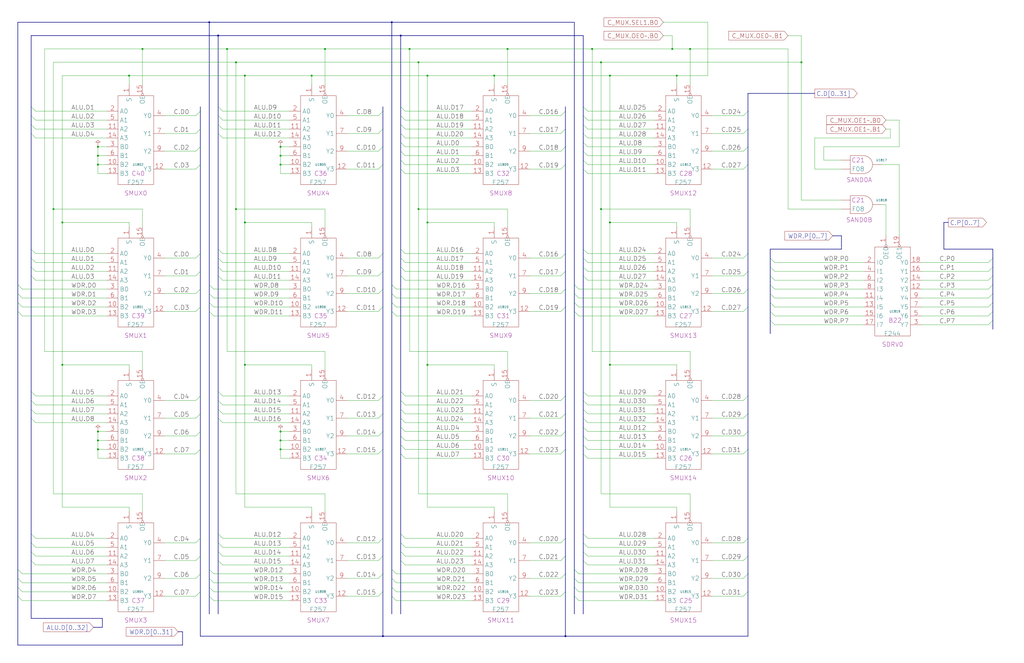
<source format=kicad_sch>
(kicad_sch (version 20250114) (generator "eeschema") (generator_version "9.0")
  (paper "User" 584.2 378.46)
  (title_block (title "SHIFT MUX\\nMOST SIGNIFICANT BITS") (date "22-MAR-90") (rev "1.0") (comment 1 "VALUE") (comment 2 "232-003063") (comment 3 "S400") (comment 4 "RELEASED"))
  (junction (at 243.84 208.28))
  (junction (at 386.08 43.18))
  (junction (at 134.62 119.38))
  (junction (at 55.88 88.9))
  (junction (at 139.7 208.28))
  (junction (at 160.02 83.82))
  (junction (at 55.88 83.82))
  (junction (at 347.98 208.28))
  (junction (at 55.88 256.54))
  (junction (at 134.62 35.56))
  (junction (at 160.02 256.54))
  (junction (at 342.9 35.56))
  (junction (at 289.56 27.94))
  (junction (at 55.88 251.46))
  (junction (at 393.7 27.94))
  (junction (at 185.42 27.94))
  (junction (at 30.48 119.38))
  (junction (at 81.28 27.94))
  (junction (at 124.46 20.32))
  (junction (at 243.84 127))
  (junction (at 139.7 127))
  (junction (at 228.6 20.32))
  (junction (at 347.98 127))
  (junction (at 160.02 93.98))
  (junction (at 35.56 208.28))
  (junction (at 73.66 43.18))
  (junction (at 243.84 43.18))
  (junction (at 337.82 27.94))
  (junction (at 160.02 246.38))
  (junction (at 322.58 363.22))
  (junction (at 383.54 27.94))
  (junction (at 238.76 35.56))
  (junction (at 55.88 246.38))
  (junction (at 129.54 27.94))
  (junction (at 218.44 363.22))
  (junction (at 160.02 88.9))
  (junction (at 55.88 93.98))
  (junction (at 238.76 119.38))
  (junction (at 139.7 43.18))
  (junction (at 223.52 12.7))
  (junction (at 177.8 43.18))
  (junction (at 233.68 27.94))
  (junction (at 160.02 251.46))
  (junction (at 119.38 12.7))
  (junction (at 342.9 119.38))
  (junction (at 35.56 127))
  (junction (at 457.2 35.56))
  (junction (at 281.94 43.18))
  (junction (at 347.98 43.18))
  (bus_entry (at 322.58 226.06) (size -2.54 2.54))
  (bus_entry (at 566.42 147.32) (size -2.54 2.54))
  (bus_entry (at 439.42 177.8) (size 2.54 2.54))
  (bus_entry (at 322.58 165.1) (size -2.54 2.54))
  (bus_entry (at 10.16 325.12) (size 2.54 2.54))
  (bus_entry (at 114.3 337.82) (size -2.54 2.54))
  (bus_entry (at 426.72 307.34) (size -2.54 2.54))
  (bus_entry (at 218.44 236.22) (size -2.54 2.54))
  (bus_entry (at 218.44 83.82) (size -2.54 2.54))
  (bus_entry (at 566.42 167.64) (size -2.54 2.54))
  (bus_entry (at 124.46 76.2) (size 2.54 2.54))
  (bus_entry (at 332.74 81.28) (size 2.54 2.54))
  (bus_entry (at 228.6 66.04) (size 2.54 2.54))
  (bus_entry (at 228.6 96.52) (size 2.54 2.54))
  (bus_entry (at 426.72 256.54) (size -2.54 2.54))
  (bus_entry (at 332.74 91.44) (size 2.54 2.54))
  (bus_entry (at 332.74 314.96) (size 2.54 2.54))
  (bus_entry (at 322.58 317.5) (size -2.54 2.54))
  (bus_entry (at 218.44 93.98) (size -2.54 2.54))
  (bus_entry (at 223.52 167.64) (size 2.54 2.54))
  (bus_entry (at 322.58 337.82) (size -2.54 2.54))
  (bus_entry (at 228.6 71.12) (size 2.54 2.54))
  (bus_entry (at 426.72 83.82) (size -2.54 2.54))
  (bus_entry (at 124.46 304.8) (size 2.54 2.54))
  (bus_entry (at 332.74 238.76) (size 2.54 2.54))
  (bus_entry (at 218.44 317.5) (size -2.54 2.54))
  (bus_entry (at 426.72 337.82) (size -2.54 2.54))
  (bus_entry (at 322.58 256.54) (size -2.54 2.54))
  (bus_entry (at 10.16 330.2) (size 2.54 2.54))
  (bus_entry (at 322.58 327.66) (size -2.54 2.54))
  (bus_entry (at 439.42 182.88) (size 2.54 2.54))
  (bus_entry (at 322.58 93.98) (size -2.54 2.54))
  (bus_entry (at 228.6 81.28) (size 2.54 2.54))
  (bus_entry (at 124.46 228.6) (size 2.54 2.54))
  (bus_entry (at 114.3 175.26) (size -2.54 2.54))
  (bus_entry (at 17.78 314.96) (size 2.54 2.54))
  (bus_entry (at 218.44 337.82) (size -2.54 2.54))
  (bus_entry (at 17.78 76.2) (size 2.54 2.54))
  (bus_entry (at 223.52 172.72) (size 2.54 2.54))
  (bus_entry (at 426.72 175.26) (size -2.54 2.54))
  (bus_entry (at 322.58 73.66) (size -2.54 2.54))
  (bus_entry (at 332.74 147.32) (size 2.54 2.54))
  (bus_entry (at 218.44 144.78) (size -2.54 2.54))
  (bus_entry (at 17.78 228.6) (size 2.54 2.54))
  (bus_entry (at 327.66 172.72) (size 2.54 2.54))
  (bus_entry (at 114.3 154.94) (size -2.54 2.54))
  (bus_entry (at 124.46 66.04) (size 2.54 2.54))
  (bus_entry (at 17.78 320.04) (size 2.54 2.54))
  (bus_entry (at 119.38 330.2) (size 2.54 2.54))
  (bus_entry (at 223.52 330.2) (size 2.54 2.54))
  (bus_entry (at 17.78 71.12) (size 2.54 2.54))
  (bus_entry (at 17.78 157.48) (size 2.54 2.54))
  (bus_entry (at 17.78 66.04) (size 2.54 2.54))
  (bus_entry (at 439.42 162.56) (size 2.54 2.54))
  (bus_entry (at 17.78 152.4) (size 2.54 2.54))
  (bus_entry (at 223.52 325.12) (size 2.54 2.54))
  (bus_entry (at 119.38 335.28) (size 2.54 2.54))
  (bus_entry (at 114.3 83.82) (size -2.54 2.54))
  (bus_entry (at 332.74 243.84) (size 2.54 2.54))
  (bus_entry (at 17.78 233.68) (size 2.54 2.54))
  (bus_entry (at 439.42 167.64) (size 2.54 2.54))
  (bus_entry (at 228.6 91.44) (size 2.54 2.54))
  (bus_entry (at 114.3 63.5) (size -2.54 2.54))
  (bus_entry (at 218.44 256.54) (size -2.54 2.54))
  (bus_entry (at 426.72 63.5) (size -2.54 2.54))
  (bus_entry (at 439.42 147.32) (size 2.54 2.54))
  (bus_entry (at 426.72 236.22) (size -2.54 2.54))
  (bus_entry (at 124.46 71.12) (size 2.54 2.54))
  (bus_entry (at 332.74 304.8) (size 2.54 2.54))
  (bus_entry (at 17.78 309.88) (size 2.54 2.54))
  (bus_entry (at 332.74 223.52) (size 2.54 2.54))
  (bus_entry (at 228.6 320.04) (size 2.54 2.54))
  (bus_entry (at 426.72 73.66) (size -2.54 2.54))
  (bus_entry (at 322.58 144.78) (size -2.54 2.54))
  (bus_entry (at 124.46 152.4) (size 2.54 2.54))
  (bus_entry (at 327.66 340.36) (size 2.54 2.54))
  (bus_entry (at 228.6 259.08) (size 2.54 2.54))
  (bus_entry (at 119.38 340.36) (size 2.54 2.54))
  (bus_entry (at 322.58 63.5) (size -2.54 2.54))
  (bus_entry (at 124.46 147.32) (size 2.54 2.54))
  (bus_entry (at 426.72 226.06) (size -2.54 2.54))
  (bus_entry (at 114.3 165.1) (size -2.54 2.54))
  (bus_entry (at 17.78 60.96) (size 2.54 2.54))
  (bus_entry (at 228.6 243.84) (size 2.54 2.54))
  (bus_entry (at 114.3 73.66) (size -2.54 2.54))
  (bus_entry (at 228.6 304.8) (size 2.54 2.54))
  (bus_entry (at 332.74 96.52) (size 2.54 2.54))
  (bus_entry (at 327.66 162.56) (size 2.54 2.54))
  (bus_entry (at 218.44 327.66) (size -2.54 2.54))
  (bus_entry (at 17.78 223.52) (size 2.54 2.54))
  (bus_entry (at 439.42 157.48) (size 2.54 2.54))
  (bus_entry (at 10.16 335.28) (size 2.54 2.54))
  (bus_entry (at 124.46 233.68) (size 2.54 2.54))
  (bus_entry (at 114.3 226.06) (size -2.54 2.54))
  (bus_entry (at 228.6 157.48) (size 2.54 2.54))
  (bus_entry (at 228.6 314.96) (size 2.54 2.54))
  (bus_entry (at 114.3 93.98) (size -2.54 2.54))
  (bus_entry (at 439.42 152.4) (size 2.54 2.54))
  (bus_entry (at 228.6 142.24) (size 2.54 2.54))
  (bus_entry (at 114.3 144.78) (size -2.54 2.54))
  (bus_entry (at 17.78 142.24) (size 2.54 2.54))
  (bus_entry (at 114.3 327.66) (size -2.54 2.54))
  (bus_entry (at 228.6 233.68) (size 2.54 2.54))
  (bus_entry (at 327.66 167.64) (size 2.54 2.54))
  (bus_entry (at 426.72 165.1) (size -2.54 2.54))
  (bus_entry (at 119.38 177.8) (size 2.54 2.54))
  (bus_entry (at 566.42 182.88) (size -2.54 2.54))
  (bus_entry (at 332.74 248.92) (size 2.54 2.54))
  (bus_entry (at 322.58 246.38) (size -2.54 2.54))
  (bus_entry (at 218.44 175.26) (size -2.54 2.54))
  (bus_entry (at 332.74 66.04) (size 2.54 2.54))
  (bus_entry (at 218.44 63.5) (size -2.54 2.54))
  (bus_entry (at 426.72 327.66) (size -2.54 2.54))
  (bus_entry (at 332.74 76.2) (size 2.54 2.54))
  (bus_entry (at 426.72 144.78) (size -2.54 2.54))
  (bus_entry (at 327.66 177.8) (size 2.54 2.54))
  (bus_entry (at 124.46 142.24) (size 2.54 2.54))
  (bus_entry (at 426.72 154.94) (size -2.54 2.54))
  (bus_entry (at 439.42 172.72) (size 2.54 2.54))
  (bus_entry (at 332.74 157.48) (size 2.54 2.54))
  (bus_entry (at 10.16 167.64) (size 2.54 2.54))
  (bus_entry (at 228.6 248.92) (size 2.54 2.54))
  (bus_entry (at 228.6 86.36) (size 2.54 2.54))
  (bus_entry (at 114.3 307.34) (size -2.54 2.54))
  (bus_entry (at 322.58 83.82) (size -2.54 2.54))
  (bus_entry (at 566.42 152.4) (size -2.54 2.54))
  (bus_entry (at 228.6 147.32) (size 2.54 2.54))
  (bus_entry (at 332.74 71.12) (size 2.54 2.54))
  (bus_entry (at 228.6 228.6) (size 2.54 2.54))
  (bus_entry (at 218.44 73.66) (size -2.54 2.54))
  (bus_entry (at 17.78 238.76) (size 2.54 2.54))
  (bus_entry (at 119.38 167.64) (size 2.54 2.54))
  (bus_entry (at 114.3 246.38) (size -2.54 2.54))
  (bus_entry (at 228.6 309.88) (size 2.54 2.54))
  (bus_entry (at 332.74 320.04) (size 2.54 2.54))
  (bus_entry (at 10.16 172.72) (size 2.54 2.54))
  (bus_entry (at 17.78 147.32) (size 2.54 2.54))
  (bus_entry (at 10.16 340.36) (size 2.54 2.54))
  (bus_entry (at 119.38 325.12) (size 2.54 2.54))
  (bus_entry (at 218.44 246.38) (size -2.54 2.54))
  (bus_entry (at 566.42 172.72) (size -2.54 2.54))
  (bus_entry (at 223.52 162.56) (size 2.54 2.54))
  (bus_entry (at 228.6 60.96) (size 2.54 2.54))
  (bus_entry (at 119.38 172.72) (size 2.54 2.54))
  (bus_entry (at 327.66 325.12) (size 2.54 2.54))
  (bus_entry (at 322.58 154.94) (size -2.54 2.54))
  (bus_entry (at 426.72 93.98) (size -2.54 2.54))
  (bus_entry (at 228.6 238.76) (size 2.54 2.54))
  (bus_entry (at 327.66 330.2) (size 2.54 2.54))
  (bus_entry (at 332.74 309.88) (size 2.54 2.54))
  (bus_entry (at 566.42 157.48) (size -2.54 2.54))
  (bus_entry (at 223.52 177.8) (size 2.54 2.54))
  (bus_entry (at 124.46 238.76) (size 2.54 2.54))
  (bus_entry (at 566.42 162.56) (size -2.54 2.54))
  (bus_entry (at 426.72 246.38) (size -2.54 2.54))
  (bus_entry (at 322.58 307.34) (size -2.54 2.54))
  (bus_entry (at 223.52 340.36) (size 2.54 2.54))
  (bus_entry (at 322.58 175.26) (size -2.54 2.54))
  (bus_entry (at 223.52 335.28) (size 2.54 2.54))
  (bus_entry (at 332.74 259.08) (size 2.54 2.54))
  (bus_entry (at 124.46 223.52) (size 2.54 2.54))
  (bus_entry (at 114.3 236.22) (size -2.54 2.54))
  (bus_entry (at 114.3 317.5) (size -2.54 2.54))
  (bus_entry (at 332.74 86.36) (size 2.54 2.54))
  (bus_entry (at 228.6 76.2) (size 2.54 2.54))
  (bus_entry (at 119.38 162.56) (size 2.54 2.54))
  (bus_entry (at 17.78 304.8) (size 2.54 2.54))
  (bus_entry (at 228.6 152.4) (size 2.54 2.54))
  (bus_entry (at 218.44 154.94) (size -2.54 2.54))
  (bus_entry (at 327.66 335.28) (size 2.54 2.54))
  (bus_entry (at 218.44 226.06) (size -2.54 2.54))
  (bus_entry (at 332.74 142.24) (size 2.54 2.54))
  (bus_entry (at 332.74 228.6) (size 2.54 2.54))
  (bus_entry (at 10.16 177.8) (size 2.54 2.54))
  (bus_entry (at 332.74 254) (size 2.54 2.54))
  (bus_entry (at 124.46 157.48) (size 2.54 2.54))
  (bus_entry (at 114.3 256.54) (size -2.54 2.54))
  (bus_entry (at 218.44 307.34) (size -2.54 2.54))
  (bus_entry (at 228.6 223.52) (size 2.54 2.54))
  (bus_entry (at 228.6 254) (size 2.54 2.54))
  (bus_entry (at 322.58 236.22) (size -2.54 2.54))
  (bus_entry (at 218.44 165.1) (size -2.54 2.54))
  (bus_entry (at 124.46 309.88) (size 2.54 2.54))
  (bus_entry (at 332.74 60.96) (size 2.54 2.54))
  (bus_entry (at 124.46 314.96) (size 2.54 2.54))
  (bus_entry (at 124.46 60.96) (size 2.54 2.54))
  (bus_entry (at 566.42 177.8) (size -2.54 2.54))
  (bus_entry (at 332.74 233.68) (size 2.54 2.54))
  (bus_entry (at 426.72 317.5) (size -2.54 2.54))
  (bus_entry (at 10.16 162.56) (size 2.54 2.54))
  (bus_entry (at 124.46 320.04) (size 2.54 2.54))
  (bus_entry (at 332.74 152.4) (size 2.54 2.54))
  (wire (pts (xy 198.12 147.32) (xy 215.9 147.32)))
  (bus (pts (xy 327.66 335.28) (xy 327.66 340.36)))
  (wire (pts (xy 330.2 342.9) (xy 373.38 342.9)))
  (wire (pts (xy 347.98 208.28) (xy 347.98 289.56)))
  (bus (pts (xy 228.6 259.08) (xy 228.6 304.8)))
  (wire (pts (xy 198.12 309.88) (xy 215.9 309.88)))
  (wire (pts (xy 55.88 88.9) (xy 55.88 83.82)))
  (bus (pts (xy 332.74 96.52) (xy 332.74 142.24)))
  (bus (pts (xy 566.42 177.8) (xy 566.42 182.88)))
  (wire (pts (xy 20.32 73.66) (xy 60.96 73.66)))
  (bus (pts (xy 439.42 162.56) (xy 439.42 167.64)))
  (wire (pts (xy 198.12 238.76) (xy 215.9 238.76)))
  (wire (pts (xy 406.4 157.48) (xy 424.18 157.48)))
  (wire (pts (xy 55.88 246.38) (xy 60.96 246.38)))
  (bus (pts (xy 124.46 309.88) (xy 124.46 314.96)))
  (bus (pts (xy 114.3 175.26) (xy 114.3 226.06)))
  (bus (pts (xy 480.06 134.62) (xy 480.06 142.24)))
  (wire (pts (xy 231.14 83.82) (xy 269.24 83.82)))
  (wire (pts (xy 231.14 236.22) (xy 269.24 236.22)))
  (wire (pts (xy 55.88 251.46) (xy 55.88 246.38)))
  (wire (pts (xy 30.48 35.56) (xy 30.48 119.38)))
  (wire (pts (xy 12.7 327.66) (xy 60.96 327.66)))
  (bus (pts (xy 332.74 248.92) (xy 332.74 254)))
  (wire (pts (xy 20.32 236.22) (xy 60.96 236.22)))
  (wire (pts (xy 335.28 261.62) (xy 373.38 261.62)))
  (bus (pts (xy 124.46 20.32) (xy 228.6 20.32)))
  (wire (pts (xy 243.84 43.18) (xy 243.84 127)))
  (wire (pts (xy 335.28 256.54) (xy 373.38 256.54)))
  (bus (pts (xy 119.38 12.7) (xy 223.52 12.7)))
  (bus (pts (xy 223.52 162.56) (xy 223.52 167.64)))
  (wire (pts (xy 337.82 27.94) (xy 337.82 200.66)))
  (bus (pts (xy 327.66 167.64) (xy 327.66 172.72)))
  (bus (pts (xy 114.3 327.66) (xy 114.3 337.82)))
  (bus (pts (xy 114.3 60.96) (xy 114.3 63.5)))
  (wire (pts (xy 185.42 27.94) (xy 233.68 27.94)))
  (bus (pts (xy 322.58 317.5) (xy 322.58 327.66)))
  (wire (pts (xy 281.94 210.82) (xy 281.94 208.28)))
  (bus (pts (xy 124.46 157.48) (xy 124.46 223.52)))
  (wire (pts (xy 302.26 259.08) (xy 320.04 259.08)))
  (bus (pts (xy 218.44 93.98) (xy 218.44 144.78)))
  (wire (pts (xy 406.4 320.04) (xy 424.18 320.04)))
  (wire (pts (xy 198.12 228.6) (xy 215.9 228.6)))
  (wire (pts (xy 127 63.5) (xy 165.1 63.5)))
  (bus (pts (xy 228.6 20.32) (xy 228.6 60.96)))
  (wire (pts (xy 177.8 210.82) (xy 177.8 208.28)))
  (bus (pts (xy 10.16 335.28) (xy 10.16 340.36)))
  (wire (pts (xy 505.46 68.58) (xy 513.08 68.58)))
  (wire (pts (xy 177.8 43.18) (xy 243.84 43.18)))
  (wire (pts (xy 289.56 27.94) (xy 337.82 27.94)))
  (bus (pts (xy 322.58 63.5) (xy 322.58 73.66)))
  (wire (pts (xy 508 78.74) (xy 464.82 78.74)))
  (bus (pts (xy 327.66 340.36) (xy 327.66 350.52)))
  (wire (pts (xy 12.7 342.9) (xy 60.96 342.9)))
  (wire (pts (xy 121.92 337.82) (xy 165.1 337.82)))
  (wire (pts (xy 449.58 119.38) (xy 449.58 27.94)))
  (bus (pts (xy 439.42 167.64) (xy 439.42 172.72)))
  (bus (pts (xy 332.74 304.8) (xy 332.74 309.88)))
  (wire (pts (xy 406.4 309.88) (xy 424.18 309.88)))
  (bus (pts (xy 114.3 154.94) (xy 114.3 165.1)))
  (wire (pts (xy 25.4 200.66) (xy 25.4 27.94)))
  (wire (pts (xy 198.12 167.64) (xy 215.9 167.64)))
  (wire (pts (xy 464.82 78.74) (xy 464.82 96.52)))
  (bus (pts (xy 228.6 314.96) (xy 228.6 320.04)))
  (wire (pts (xy 302.26 86.36) (xy 320.04 86.36)))
  (bus (pts (xy 439.42 142.24) (xy 439.42 147.32)))
  (bus (pts (xy 218.44 307.34) (xy 218.44 317.5)))
  (wire (pts (xy 231.14 241.3) (xy 269.24 241.3)))
  (bus (pts (xy 439.42 182.88) (xy 439.42 190.5)))
  (wire (pts (xy 406.4 238.76) (xy 424.18 238.76)))
  (wire (pts (xy 231.14 226.06) (xy 269.24 226.06)))
  (wire (pts (xy 335.28 317.5) (xy 373.38 317.5)))
  (bus (pts (xy 439.42 172.72) (xy 439.42 177.8)))
  (wire (pts (xy 335.28 251.46) (xy 373.38 251.46)))
  (bus (pts (xy 218.44 63.5) (xy 218.44 73.66)))
  (wire (pts (xy 525.78 154.94) (xy 563.88 154.94)))
  (wire (pts (xy 330.2 332.74) (xy 373.38 332.74)))
  (bus (pts (xy 124.46 20.32) (xy 124.46 60.96)))
  (wire (pts (xy 406.4 340.36) (xy 424.18 340.36)))
  (wire (pts (xy 20.32 154.94) (xy 60.96 154.94)))
  (bus (pts (xy 228.6 152.4) (xy 228.6 157.48)))
  (wire (pts (xy 457.2 35.56) (xy 342.9 35.56)))
  (bus (pts (xy 322.58 165.1) (xy 322.58 175.26)))
  (bus (pts (xy 322.58 154.94) (xy 322.58 165.1)))
  (wire (pts (xy 93.98 248.92) (xy 111.76 248.92)))
  (bus (pts (xy 332.74 238.76) (xy 332.74 243.84)))
  (bus (pts (xy 17.78 223.52) (xy 17.78 228.6)))
  (wire (pts (xy 55.88 99.06) (xy 55.88 93.98)))
  (bus (pts (xy 218.44 337.82) (xy 218.44 363.22)))
  (wire (pts (xy 134.62 35.56) (xy 30.48 35.56)))
  (bus (pts (xy 10.16 177.8) (xy 10.16 325.12)))
  (bus (pts (xy 17.78 20.32) (xy 124.46 20.32)))
  (wire (pts (xy 347.98 208.28) (xy 386.08 208.28)))
  (wire (pts (xy 81.28 27.94) (xy 129.54 27.94)))
  (bus (pts (xy 426.72 83.82) (xy 426.72 93.98)))
  (wire (pts (xy 35.56 127) (xy 73.66 127)))
  (wire (pts (xy 121.92 327.66) (xy 165.1 327.66)))
  (bus (pts (xy 104.14 360.68) (xy 104.14 368.3)))
  (wire (pts (xy 335.28 160.02) (xy 373.38 160.02)))
  (wire (pts (xy 73.66 210.82) (xy 73.66 208.28)))
  (wire (pts (xy 231.14 68.58) (xy 269.24 68.58)))
  (bus (pts (xy 322.58 246.38) (xy 322.58 256.54)))
  (bus (pts (xy 228.6 228.6) (xy 228.6 233.68)))
  (wire (pts (xy 281.94 292.1) (xy 281.94 289.56)))
  (wire (pts (xy 139.7 208.28) (xy 139.7 289.56)))
  (wire (pts (xy 302.26 147.32) (xy 320.04 147.32)))
  (wire (pts (xy 25.4 200.66) (xy 81.28 200.66)))
  (wire (pts (xy 160.02 261.62) (xy 160.02 256.54)))
  (bus (pts (xy 218.44 327.66) (xy 218.44 337.82)))
  (bus (pts (xy 566.42 182.88) (xy 566.42 187.96)))
  (wire (pts (xy 525.78 149.86) (xy 563.88 149.86)))
  (wire (pts (xy 25.4 27.94) (xy 81.28 27.94)))
  (wire (pts (xy 281.94 129.54) (xy 281.94 127)))
  (bus (pts (xy 228.6 248.92) (xy 228.6 254)))
  (wire (pts (xy 335.28 93.98) (xy 373.38 93.98)))
  (bus (pts (xy 218.44 246.38) (xy 218.44 256.54)))
  (bus (pts (xy 10.16 12.7) (xy 10.16 162.56)))
  (bus (pts (xy 218.44 317.5) (xy 218.44 327.66)))
  (wire (pts (xy 35.56 289.56) (xy 73.66 289.56)))
  (wire (pts (xy 134.62 119.38) (xy 134.62 281.94)))
  (wire (pts (xy 335.28 78.74) (xy 373.38 78.74)))
  (bus (pts (xy 332.74 320.04) (xy 332.74 350.52)))
  (bus (pts (xy 332.74 76.2) (xy 332.74 81.28)))
  (wire (pts (xy 127 226.06) (xy 165.1 226.06)))
  (bus (pts (xy 322.58 307.34) (xy 322.58 317.5)))
  (bus (pts (xy 101.6 360.68) (xy 104.14 360.68)))
  (bus (pts (xy 332.74 314.96) (xy 332.74 320.04)))
  (wire (pts (xy 127 312.42) (xy 165.1 312.42)))
  (wire (pts (xy 335.28 246.38) (xy 373.38 246.38)))
  (wire (pts (xy 330.2 327.66) (xy 373.38 327.66)))
  (bus (pts (xy 566.42 142.24) (xy 566.42 147.32)))
  (bus (pts (xy 17.78 320.04) (xy 17.78 353.06)))
  (bus (pts (xy 426.72 63.5) (xy 426.72 73.66)))
  (bus (pts (xy 119.38 177.8) (xy 119.38 325.12)))
  (wire (pts (xy 342.9 119.38) (xy 393.7 119.38)))
  (wire (pts (xy 233.68 200.66) (xy 289.56 200.66)))
  (wire (pts (xy 139.7 208.28) (xy 177.8 208.28)))
  (wire (pts (xy 93.98 309.88) (xy 111.76 309.88)))
  (wire (pts (xy 20.32 322.58) (xy 60.96 322.58)))
  (wire (pts (xy 20.32 63.5) (xy 60.96 63.5)))
  (bus (pts (xy 332.74 228.6) (xy 332.74 233.68)))
  (bus (pts (xy 119.38 325.12) (xy 119.38 330.2)))
  (bus (pts (xy 228.6 76.2) (xy 228.6 81.28)))
  (wire (pts (xy 480.06 119.38) (xy 449.58 119.38)))
  (wire (pts (xy 139.7 127) (xy 177.8 127)))
  (bus (pts (xy 228.6 66.04) (xy 228.6 71.12)))
  (wire (pts (xy 93.98 320.04) (xy 111.76 320.04)))
  (bus (pts (xy 538.48 142.24) (xy 538.48 127)))
  (wire (pts (xy 386.08 43.18) (xy 386.08 48.26)))
  (bus (pts (xy 322.58 327.66) (xy 322.58 337.82)))
  (wire (pts (xy 302.26 340.36) (xy 320.04 340.36)))
  (bus (pts (xy 124.46 304.8) (xy 124.46 309.88)))
  (wire (pts (xy 93.98 340.36) (xy 111.76 340.36)))
  (wire (pts (xy 93.98 238.76) (xy 111.76 238.76)))
  (wire (pts (xy 302.26 309.88) (xy 320.04 309.88)))
  (bus (pts (xy 17.78 309.88) (xy 17.78 314.96)))
  (wire (pts (xy 383.54 20.32) (xy 383.54 27.94)))
  (wire (pts (xy 198.12 96.52) (xy 215.9 96.52)))
  (wire (pts (xy 127 317.5) (xy 165.1 317.5)))
  (wire (pts (xy 469.9 91.44) (xy 469.9 83.82)))
  (wire (pts (xy 378.46 20.32) (xy 383.54 20.32)))
  (bus (pts (xy 228.6 60.96) (xy 228.6 66.04)))
  (wire (pts (xy 342.9 119.38) (xy 342.9 35.56)))
  (wire (pts (xy 93.98 330.2) (xy 111.76 330.2)))
  (wire (pts (xy 347.98 43.18) (xy 347.98 127)))
  (wire (pts (xy 335.28 99.06) (xy 373.38 99.06)))
  (wire (pts (xy 60.96 261.62) (xy 55.88 261.62)))
  (wire (pts (xy 406.4 147.32) (xy 424.18 147.32)))
  (wire (pts (xy 406.4 96.52) (xy 424.18 96.52)))
  (wire (pts (xy 386.08 292.1) (xy 386.08 289.56)))
  (bus (pts (xy 124.46 66.04) (xy 124.46 71.12)))
  (wire (pts (xy 73.66 129.54) (xy 73.66 127)))
  (wire (pts (xy 335.28 149.86) (xy 373.38 149.86)))
  (bus (pts (xy 228.6 81.28) (xy 228.6 86.36)))
  (wire (pts (xy 238.76 119.38) (xy 289.56 119.38)))
  (bus (pts (xy 228.6 71.12) (xy 228.6 76.2)))
  (bus (pts (xy 566.42 157.48) (xy 566.42 162.56)))
  (bus (pts (xy 228.6 320.04) (xy 228.6 350.52)))
  (bus (pts (xy 322.58 226.06) (xy 322.58 236.22)))
  (wire (pts (xy 93.98 76.2) (xy 111.76 76.2)))
  (wire (pts (xy 20.32 149.86) (xy 60.96 149.86)))
  (wire (pts (xy 231.14 63.5) (xy 269.24 63.5)))
  (bus (pts (xy 223.52 335.28) (xy 223.52 340.36)))
  (wire (pts (xy 160.02 256.54) (xy 160.02 251.46)))
  (wire (pts (xy 20.32 160.02) (xy 60.96 160.02)))
  (wire (pts (xy 289.56 129.54) (xy 289.56 119.38)))
  (wire (pts (xy 127 144.78) (xy 165.1 144.78)))
  (wire (pts (xy 127 154.94) (xy 165.1 154.94)))
  (wire (pts (xy 121.92 332.74) (xy 165.1 332.74)))
  (wire (pts (xy 177.8 43.18) (xy 177.8 48.26)))
  (bus (pts (xy 566.42 162.56) (xy 566.42 167.64)))
  (bus (pts (xy 114.3 93.98) (xy 114.3 144.78)))
  (wire (pts (xy 406.4 76.2) (xy 424.18 76.2)))
  (bus (pts (xy 426.72 307.34) (xy 426.72 317.5)))
  (wire (pts (xy 185.42 27.94) (xy 185.42 48.26)))
  (bus (pts (xy 332.74 20.32) (xy 332.74 60.96)))
  (wire (pts (xy 73.66 43.18) (xy 139.7 43.18)))
  (bus (pts (xy 228.6 157.48) (xy 228.6 223.52)))
  (wire (pts (xy 330.2 165.1) (xy 373.38 165.1)))
  (bus (pts (xy 439.42 157.48) (xy 439.42 162.56)))
  (bus (pts (xy 566.42 172.72) (xy 566.42 177.8)))
  (bus (pts (xy 332.74 81.28) (xy 332.74 86.36)))
  (wire (pts (xy 335.28 322.58) (xy 373.38 322.58)))
  (wire (pts (xy 55.88 261.62) (xy 55.88 256.54)))
  (wire (pts (xy 231.14 322.58) (xy 269.24 322.58)))
  (wire (pts (xy 525.78 175.26) (xy 563.88 175.26)))
  (bus (pts (xy 124.46 71.12) (xy 124.46 76.2)))
  (wire (pts (xy 93.98 177.8) (xy 111.76 177.8)))
  (bus (pts (xy 322.58 144.78) (xy 322.58 154.94)))
  (bus (pts (xy 327.66 177.8) (xy 327.66 325.12)))
  (bus (pts (xy 322.58 175.26) (xy 322.58 226.06)))
  (bus (pts (xy 332.74 309.88) (xy 332.74 314.96)))
  (bus (pts (xy 124.46 147.32) (xy 124.46 152.4)))
  (wire (pts (xy 289.56 210.82) (xy 289.56 200.66)))
  (wire (pts (xy 342.9 119.38) (xy 342.9 281.94)))
  (wire (pts (xy 480.06 91.44) (xy 469.9 91.44)))
  (wire (pts (xy 243.84 289.56) (xy 281.94 289.56)))
  (bus (pts (xy 439.42 177.8) (xy 439.42 182.88)))
  (wire (pts (xy 386.08 210.82) (xy 386.08 208.28)))
  (bus (pts (xy 566.42 167.64) (xy 566.42 172.72)))
  (bus (pts (xy 332.74 152.4) (xy 332.74 157.48)))
  (wire (pts (xy 231.14 78.74) (xy 269.24 78.74)))
  (wire (pts (xy 160.02 99.06) (xy 160.02 93.98)))
  (bus (pts (xy 327.66 162.56) (xy 327.66 167.64)))
  (wire (pts (xy 441.96 160.02) (xy 492.76 160.02)))
  (bus (pts (xy 228.6 233.68) (xy 228.6 238.76)))
  (wire (pts (xy 441.96 165.1) (xy 492.76 165.1)))
  (wire (pts (xy 185.42 129.54) (xy 185.42 119.38)))
  (bus (pts (xy 322.58 236.22) (xy 322.58 246.38)))
  (wire (pts (xy 231.14 93.98) (xy 269.24 93.98)))
  (wire (pts (xy 160.02 256.54) (xy 165.1 256.54)))
  (wire (pts (xy 160.02 83.82) (xy 165.1 83.82)))
  (bus (pts (xy 322.58 73.66) (xy 322.58 83.82)))
  (wire (pts (xy 55.88 93.98) (xy 55.88 88.9)))
  (bus (pts (xy 223.52 340.36) (xy 223.52 350.52)))
  (bus (pts (xy 10.16 167.64) (xy 10.16 172.72)))
  (wire (pts (xy 403.86 12.7) (xy 403.86 43.18)))
  (wire (pts (xy 335.28 88.9) (xy 373.38 88.9)))
  (wire (pts (xy 337.82 27.94) (xy 383.54 27.94)))
  (wire (pts (xy 12.7 175.26) (xy 60.96 175.26)))
  (wire (pts (xy 302.26 248.92) (xy 320.04 248.92)))
  (bus (pts (xy 17.78 314.96) (xy 17.78 320.04)))
  (wire (pts (xy 406.4 167.64) (xy 424.18 167.64)))
  (wire (pts (xy 165.1 261.62) (xy 160.02 261.62)))
  (wire (pts (xy 441.96 185.42) (xy 492.76 185.42)))
  (bus (pts (xy 119.38 12.7) (xy 119.38 162.56)))
  (wire (pts (xy 160.02 93.98) (xy 165.1 93.98)))
  (wire (pts (xy 335.28 312.42) (xy 373.38 312.42)))
  (bus (pts (xy 17.78 147.32) (xy 17.78 152.4)))
  (bus (pts (xy 119.38 340.36) (xy 119.38 350.52)))
  (wire (pts (xy 406.4 248.92) (xy 424.18 248.92)))
  (wire (pts (xy 502.92 116.84) (xy 505.46 116.84)))
  (bus (pts (xy 322.58 93.98) (xy 322.58 144.78)))
  (wire (pts (xy 93.98 96.52) (xy 111.76 96.52)))
  (wire (pts (xy 513.08 83.82) (xy 513.08 68.58)))
  (bus (pts (xy 17.78 142.24) (xy 17.78 147.32)))
  (bus (pts (xy 17.78 76.2) (xy 17.78 142.24)))
  (wire (pts (xy 20.32 144.78) (xy 60.96 144.78)))
  (wire (pts (xy 127 78.74) (xy 165.1 78.74)))
  (wire (pts (xy 226.06 332.74) (xy 269.24 332.74)))
  (wire (pts (xy 441.96 154.94) (xy 492.76 154.94)))
  (bus (pts (xy 223.52 172.72) (xy 223.52 177.8)))
  (bus (pts (xy 17.78 157.48) (xy 17.78 223.52)))
  (bus (pts (xy 566.42 152.4) (xy 566.42 157.48)))
  (bus (pts (xy 114.3 144.78) (xy 114.3 154.94)))
  (bus (pts (xy 17.78 233.68) (xy 17.78 238.76)))
  (bus (pts (xy 124.46 228.6) (xy 124.46 233.68)))
  (wire (pts (xy 457.2 20.32) (xy 457.2 35.56)))
  (wire (pts (xy 231.14 251.46) (xy 269.24 251.46)))
  (bus (pts (xy 119.38 162.56) (xy 119.38 167.64)))
  (bus (pts (xy 426.72 175.26) (xy 426.72 226.06)))
  (bus (pts (xy 17.78 152.4) (xy 17.78 157.48)))
  (wire (pts (xy 35.56 127) (xy 35.56 43.18)))
  (wire (pts (xy 508 73.66) (xy 508 78.74)))
  (wire (pts (xy 231.14 149.86) (xy 269.24 149.86)))
  (bus (pts (xy 114.3 226.06) (xy 114.3 236.22)))
  (wire (pts (xy 226.06 337.82) (xy 269.24 337.82)))
  (wire (pts (xy 231.14 317.5) (xy 269.24 317.5)))
  (wire (pts (xy 35.56 208.28) (xy 35.56 127)))
  (wire (pts (xy 231.14 160.02) (xy 269.24 160.02)))
  (wire (pts (xy 93.98 259.08) (xy 111.76 259.08)))
  (bus (pts (xy 223.52 177.8) (xy 223.52 325.12)))
  (wire (pts (xy 231.14 73.66) (xy 269.24 73.66)))
  (bus (pts (xy 114.3 307.34) (xy 114.3 317.5)))
  (wire (pts (xy 335.28 154.94) (xy 373.38 154.94)))
  (wire (pts (xy 134.62 119.38) (xy 185.42 119.38)))
  (wire (pts (xy 335.28 144.78) (xy 373.38 144.78)))
  (bus (pts (xy 332.74 60.96) (xy 332.74 66.04)))
  (bus (pts (xy 114.3 73.66) (xy 114.3 83.82)))
  (bus (pts (xy 124.46 152.4) (xy 124.46 157.48)))
  (wire (pts (xy 238.76 281.94) (xy 289.56 281.94)))
  (wire (pts (xy 60.96 99.06) (xy 55.88 99.06)))
  (wire (pts (xy 20.32 231.14) (xy 60.96 231.14)))
  (wire (pts (xy 160.02 93.98) (xy 160.02 88.9)))
  (wire (pts (xy 160.02 246.38) (xy 165.1 246.38)))
  (bus (pts (xy 332.74 71.12) (xy 332.74 76.2)))
  (bus (pts (xy 218.44 60.96) (xy 218.44 63.5)))
  (wire (pts (xy 55.88 83.82) (xy 60.96 83.82)))
  (bus (pts (xy 228.6 238.76) (xy 228.6 243.84)))
  (wire (pts (xy 480.06 114.3) (xy 457.2 114.3)))
  (bus (pts (xy 332.74 147.32) (xy 332.74 152.4)))
  (wire (pts (xy 330.2 175.26) (xy 373.38 175.26)))
  (wire (pts (xy 20.32 317.5) (xy 60.96 317.5)))
  (wire (pts (xy 441.96 175.26) (xy 492.76 175.26)))
  (bus (pts (xy 332.74 66.04) (xy 332.74 71.12)))
  (bus (pts (xy 119.38 172.72) (xy 119.38 177.8)))
  (wire (pts (xy 289.56 27.94) (xy 289.56 48.26)))
  (wire (pts (xy 81.28 129.54) (xy 81.28 119.38)))
  (wire (pts (xy 12.7 337.82) (xy 60.96 337.82)))
  (bus (pts (xy 439.42 152.4) (xy 439.42 157.48)))
  (bus (pts (xy 223.52 12.7) (xy 223.52 162.56)))
  (wire (pts (xy 335.28 63.5) (xy 373.38 63.5)))
  (bus (pts (xy 228.6 86.36) (xy 228.6 91.44)))
  (wire (pts (xy 93.98 157.48) (xy 111.76 157.48)))
  (wire (pts (xy 302.26 228.6) (xy 320.04 228.6)))
  (wire (pts (xy 231.14 99.06) (xy 269.24 99.06)))
  (bus (pts (xy 114.3 236.22) (xy 114.3 246.38)))
  (bus (pts (xy 426.72 165.1) (xy 426.72 175.26)))
  (wire (pts (xy 231.14 307.34) (xy 269.24 307.34)))
  (wire (pts (xy 406.4 259.08) (xy 424.18 259.08)))
  (wire (pts (xy 406.4 228.6) (xy 424.18 228.6)))
  (wire (pts (xy 127 160.02) (xy 165.1 160.02)))
  (wire (pts (xy 347.98 43.18) (xy 386.08 43.18)))
  (bus (pts (xy 228.6 254) (xy 228.6 259.08)))
  (wire (pts (xy 127 322.58) (xy 165.1 322.58)))
  (bus (pts (xy 327.66 12.7) (xy 327.66 162.56)))
  (wire (pts (xy 226.06 342.9) (xy 269.24 342.9)))
  (bus (pts (xy 10.16 12.7) (xy 119.38 12.7)))
  (bus (pts (xy 426.72 246.38) (xy 426.72 256.54)))
  (wire (pts (xy 127 307.34) (xy 165.1 307.34)))
  (bus (pts (xy 332.74 233.68) (xy 332.74 238.76)))
  (wire (pts (xy 226.06 165.1) (xy 269.24 165.1)))
  (wire (pts (xy 20.32 78.74) (xy 60.96 78.74)))
  (bus (pts (xy 124.46 76.2) (xy 124.46 142.24)))
  (bus (pts (xy 228.6 91.44) (xy 228.6 96.52)))
  (wire (pts (xy 73.66 292.1) (xy 73.66 289.56)))
  (bus (pts (xy 322.58 60.96) (xy 322.58 63.5)))
  (wire (pts (xy 441.96 149.86) (xy 492.76 149.86)))
  (bus (pts (xy 332.74 86.36) (xy 332.74 91.44)))
  (bus (pts (xy 228.6 20.32) (xy 332.74 20.32)))
  (bus (pts (xy 17.78 71.12) (xy 17.78 76.2)))
  (wire (pts (xy 342.9 281.94) (xy 393.7 281.94)))
  (wire (pts (xy 406.4 330.2) (xy 424.18 330.2)))
  (wire (pts (xy 226.06 327.66) (xy 269.24 327.66)))
  (wire (pts (xy 198.12 86.36) (xy 215.9 86.36)))
  (bus (pts (xy 17.78 66.04) (xy 17.78 71.12)))
  (bus (pts (xy 124.46 60.96) (xy 124.46 66.04)))
  (wire (pts (xy 238.76 119.38) (xy 238.76 281.94)))
  (bus (pts (xy 426.72 73.66) (xy 426.72 83.82)))
  (bus (pts (xy 322.58 83.82) (xy 322.58 93.98)))
  (bus (pts (xy 218.44 256.54) (xy 218.44 307.34)))
  (bus (pts (xy 426.72 327.66) (xy 426.72 337.82)))
  (wire (pts (xy 502.92 93.98) (xy 513.08 93.98)))
  (bus (pts (xy 223.52 330.2) (xy 223.52 335.28)))
  (wire (pts (xy 393.7 129.54) (xy 393.7 119.38)))
  (wire (pts (xy 469.9 83.82) (xy 513.08 83.82)))
  (wire (pts (xy 93.98 147.32) (xy 111.76 147.32)))
  (wire (pts (xy 12.7 332.74) (xy 60.96 332.74)))
  (wire (pts (xy 30.48 119.38) (xy 30.48 281.94)))
  (wire (pts (xy 35.56 289.56) (xy 35.56 208.28)))
  (wire (pts (xy 20.32 312.42) (xy 60.96 312.42)))
  (wire (pts (xy 55.88 93.98) (xy 60.96 93.98)))
  (bus (pts (xy 124.46 233.68) (xy 124.46 238.76)))
  (wire (pts (xy 134.62 35.56) (xy 134.62 119.38)))
  (bus (pts (xy 17.78 238.76) (xy 17.78 304.8)))
  (wire (pts (xy 198.12 330.2) (xy 215.9 330.2)))
  (wire (pts (xy 406.4 177.8) (xy 424.18 177.8)))
  (wire (pts (xy 525.78 180.34) (xy 563.88 180.34)))
  (wire (pts (xy 127 149.86) (xy 165.1 149.86)))
  (bus (pts (xy 332.74 259.08) (xy 332.74 304.8)))
  (wire (pts (xy 12.7 170.18) (xy 60.96 170.18)))
  (bus (pts (xy 426.72 93.98) (xy 426.72 144.78)))
  (wire (pts (xy 403.86 43.18) (xy 386.08 43.18)))
  (wire (pts (xy 406.4 66.04) (xy 424.18 66.04)))
  (wire (pts (xy 198.12 320.04) (xy 215.9 320.04)))
  (wire (pts (xy 93.98 167.64) (xy 111.76 167.64)))
  (wire (pts (xy 127 231.14) (xy 165.1 231.14)))
  (wire (pts (xy 231.14 246.38) (xy 269.24 246.38)))
  (wire (pts (xy 177.8 292.1) (xy 177.8 289.56)))
  (wire (pts (xy 55.88 88.9) (xy 60.96 88.9)))
  (wire (pts (xy 127 73.66) (xy 165.1 73.66)))
  (wire (pts (xy 393.7 27.94) (xy 393.7 48.26)))
  (wire (pts (xy 129.54 27.94) (xy 129.54 200.66)))
  (bus (pts (xy 58.42 353.06) (xy 17.78 353.06)))
  (wire (pts (xy 238.76 35.56) (xy 238.76 119.38)))
  (wire (pts (xy 231.14 144.78) (xy 269.24 144.78)))
  (wire (pts (xy 335.28 231.14) (xy 373.38 231.14)))
  (bus (pts (xy 426.72 144.78) (xy 426.72 154.94)))
  (bus (pts (xy 332.74 223.52) (xy 332.74 228.6)))
  (wire (pts (xy 127 241.3) (xy 165.1 241.3)))
  (wire (pts (xy 198.12 177.8) (xy 215.9 177.8)))
  (wire (pts (xy 139.7 43.18) (xy 139.7 127)))
  (wire (pts (xy 335.28 68.58) (xy 373.38 68.58)))
  (wire (pts (xy 505.46 116.84) (xy 505.46 134.62)))
  (bus (pts (xy 114.3 256.54) (xy 114.3 307.34)))
  (wire (pts (xy 335.28 73.66) (xy 373.38 73.66)))
  (wire (pts (xy 335.28 226.06) (xy 373.38 226.06)))
  (bus (pts (xy 332.74 91.44) (xy 332.74 96.52)))
  (wire (pts (xy 393.7 210.82) (xy 393.7 200.66)))
  (bus (pts (xy 10.16 172.72) (xy 10.16 177.8)))
  (wire (pts (xy 12.7 165.1) (xy 60.96 165.1)))
  (wire (pts (xy 302.26 330.2) (xy 320.04 330.2)))
  (bus (pts (xy 426.72 226.06) (xy 426.72 236.22)))
  (bus (pts (xy 480.06 142.24) (xy 439.42 142.24)))
  (wire (pts (xy 449.58 20.32) (xy 457.2 20.32)))
  (wire (pts (xy 73.66 43.18) (xy 73.66 48.26)))
  (wire (pts (xy 386.08 129.54) (xy 386.08 127)))
  (wire (pts (xy 198.12 259.08) (xy 215.9 259.08)))
  (bus (pts (xy 124.46 320.04) (xy 124.46 350.52)))
  (wire (pts (xy 347.98 289.56) (xy 386.08 289.56)))
  (bus (pts (xy 228.6 142.24) (xy 228.6 147.32)))
  (wire (pts (xy 55.88 256.54) (xy 60.96 256.54)))
  (wire (pts (xy 231.14 256.54) (xy 269.24 256.54)))
  (bus (pts (xy 124.46 142.24) (xy 124.46 147.32)))
  (wire (pts (xy 198.12 66.04) (xy 215.9 66.04)))
  (bus (pts (xy 218.44 83.82) (xy 218.44 93.98)))
  (wire (pts (xy 30.48 119.38) (xy 81.28 119.38)))
  (wire (pts (xy 55.88 251.46) (xy 60.96 251.46)))
  (wire (pts (xy 30.48 281.94) (xy 81.28 281.94)))
  (wire (pts (xy 231.14 88.9) (xy 269.24 88.9)))
  (wire (pts (xy 121.92 180.34) (xy 165.1 180.34)))
  (wire (pts (xy 233.68 27.94) (xy 289.56 27.94)))
  (wire (pts (xy 243.84 43.18) (xy 281.94 43.18)))
  (bus (pts (xy 218.44 144.78) (xy 218.44 154.94)))
  (wire (pts (xy 121.92 175.26) (xy 165.1 175.26)))
  (bus (pts (xy 223.52 167.64) (xy 223.52 172.72)))
  (wire (pts (xy 35.56 43.18) (xy 73.66 43.18)))
  (bus (pts (xy 58.42 358.14) (xy 58.42 353.06)))
  (bus (pts (xy 114.3 246.38) (xy 114.3 256.54)))
  (wire (pts (xy 335.28 241.3) (xy 373.38 241.3)))
  (bus (pts (xy 10.16 325.12) (xy 10.16 330.2)))
  (bus (pts (xy 332.74 254) (xy 332.74 259.08)))
  (wire (pts (xy 383.54 27.94) (xy 393.7 27.94)))
  (wire (pts (xy 302.26 157.48) (xy 320.04 157.48)))
  (wire (pts (xy 302.26 177.8) (xy 320.04 177.8)))
  (wire (pts (xy 302.26 76.2) (xy 320.04 76.2)))
  (bus (pts (xy 53.34 358.14) (xy 58.42 358.14)))
  (bus (pts (xy 218.44 154.94) (xy 218.44 165.1)))
  (bus (pts (xy 426.72 236.22) (xy 426.72 246.38)))
  (wire (pts (xy 121.92 165.1) (xy 165.1 165.1)))
  (wire (pts (xy 335.28 83.82) (xy 373.38 83.82)))
  (wire (pts (xy 55.88 256.54) (xy 55.88 251.46)))
  (wire (pts (xy 243.84 127) (xy 243.84 208.28)))
  (wire (pts (xy 121.92 170.18) (xy 165.1 170.18)))
  (wire (pts (xy 289.56 292.1) (xy 289.56 281.94)))
  (wire (pts (xy 177.8 129.54) (xy 177.8 127)))
  (wire (pts (xy 93.98 86.36) (xy 111.76 86.36)))
  (wire (pts (xy 81.28 210.82) (xy 81.28 200.66)))
  (bus (pts (xy 228.6 243.84) (xy 228.6 248.92)))
  (bus (pts (xy 426.72 53.34) (xy 464.82 53.34)))
  (bus (pts (xy 218.44 236.22) (xy 218.44 246.38)))
  (wire (pts (xy 243.84 127) (xy 281.94 127)))
  (wire (pts (xy 226.06 180.34) (xy 269.24 180.34)))
  (wire (pts (xy 449.58 27.94) (xy 393.7 27.94)))
  (wire (pts (xy 335.28 236.22) (xy 373.38 236.22)))
  (wire (pts (xy 231.14 154.94) (xy 269.24 154.94)))
  (bus (pts (xy 474.98 134.62) (xy 480.06 134.62)))
  (wire (pts (xy 330.2 337.82) (xy 373.38 337.82)))
  (bus (pts (xy 114.3 337.82) (xy 114.3 363.22)))
  (wire (pts (xy 525.78 165.1) (xy 563.88 165.1)))
  (bus (pts (xy 119.38 330.2) (xy 119.38 335.28)))
  (wire (pts (xy 20.32 68.58) (xy 60.96 68.58)))
  (bus (pts (xy 439.42 147.32) (xy 439.42 152.4)))
  (wire (pts (xy 441.96 170.18) (xy 492.76 170.18)))
  (bus (pts (xy 119.38 335.28) (xy 119.38 340.36)))
  (wire (pts (xy 464.82 96.52) (xy 480.06 96.52)))
  (bus (pts (xy 228.6 223.52) (xy 228.6 228.6)))
  (wire (pts (xy 129.54 27.94) (xy 185.42 27.94)))
  (bus (pts (xy 228.6 96.52) (xy 228.6 142.24)))
  (bus (pts (xy 17.78 20.32) (xy 17.78 60.96)))
  (bus (pts (xy 322.58 337.82) (xy 322.58 363.22)))
  (wire (pts (xy 302.26 167.64) (xy 320.04 167.64)))
  (bus (pts (xy 327.66 325.12) (xy 327.66 330.2)))
  (wire (pts (xy 35.56 208.28) (xy 73.66 208.28)))
  (bus (pts (xy 124.46 314.96) (xy 124.46 320.04)))
  (wire (pts (xy 243.84 208.28) (xy 281.94 208.28)))
  (bus (pts (xy 228.6 309.88) (xy 228.6 314.96)))
  (wire (pts (xy 160.02 251.46) (xy 160.02 246.38)))
  (wire (pts (xy 81.28 27.94) (xy 81.28 48.26)))
  (wire (pts (xy 330.2 180.34) (xy 373.38 180.34)))
  (wire (pts (xy 226.06 175.26) (xy 269.24 175.26)))
  (wire (pts (xy 20.32 241.3) (xy 60.96 241.3)))
  (wire (pts (xy 20.32 226.06) (xy 60.96 226.06)))
  (wire (pts (xy 347.98 127) (xy 386.08 127)))
  (wire (pts (xy 165.1 99.06) (xy 160.02 99.06)))
  (bus (pts (xy 228.6 147.32) (xy 228.6 152.4)))
  (bus (pts (xy 566.42 142.24) (xy 538.48 142.24)))
  (wire (pts (xy 198.12 340.36) (xy 215.9 340.36)))
  (bus (pts (xy 114.3 317.5) (xy 114.3 327.66)))
  (wire (pts (xy 127 236.22) (xy 165.1 236.22)))
  (wire (pts (xy 243.84 208.28) (xy 243.84 289.56)))
  (bus (pts (xy 218.44 363.22) (xy 322.58 363.22)))
  (bus (pts (xy 10.16 330.2) (xy 10.16 335.28)))
  (wire (pts (xy 302.26 66.04) (xy 320.04 66.04)))
  (wire (pts (xy 525.78 170.18) (xy 563.88 170.18)))
  (wire (pts (xy 347.98 127) (xy 347.98 208.28)))
  (bus (pts (xy 426.72 53.34) (xy 426.72 63.5)))
  (wire (pts (xy 525.78 160.02) (xy 563.88 160.02)))
  (wire (pts (xy 121.92 342.9) (xy 165.1 342.9)))
  (bus (pts (xy 322.58 363.22) (xy 426.72 363.22)))
  (wire (pts (xy 335.28 307.34) (xy 373.38 307.34)))
  (wire (pts (xy 513.08 93.98) (xy 513.08 134.62)))
  (bus (pts (xy 119.38 167.64) (xy 119.38 172.72)))
  (bus (pts (xy 538.48 127) (xy 541.02 127)))
  (bus (pts (xy 10.16 340.36) (xy 10.16 368.3)))
  (wire (pts (xy 198.12 76.2) (xy 215.9 76.2)))
  (wire (pts (xy 93.98 66.04) (xy 111.76 66.04)))
  (wire (pts (xy 226.06 170.18) (xy 269.24 170.18)))
  (bus (pts (xy 228.6 304.8) (xy 228.6 309.88)))
  (wire (pts (xy 342.9 35.56) (xy 238.76 35.56)))
  (bus (pts (xy 327.66 330.2) (xy 327.66 335.28)))
  (bus (pts (xy 114.3 63.5) (xy 114.3 73.66)))
  (bus (pts (xy 332.74 243.84) (xy 332.74 248.92)))
  (bus (pts (xy 426.72 317.5) (xy 426.72 327.66)))
  (bus (pts (xy 223.52 12.7) (xy 327.66 12.7)))
  (wire (pts (xy 302.26 238.76) (xy 320.04 238.76)))
  (wire (pts (xy 406.4 86.36) (xy 424.18 86.36)))
  (bus (pts (xy 114.3 83.82) (xy 114.3 93.98)))
  (wire (pts (xy 160.02 88.9) (xy 160.02 83.82)))
  (wire (pts (xy 160.02 88.9) (xy 165.1 88.9)))
  (bus (pts (xy 114.3 363.22) (xy 218.44 363.22)))
  (wire (pts (xy 302.26 320.04) (xy 320.04 320.04)))
  (bus (pts (xy 426.72 154.94) (xy 426.72 165.1)))
  (bus (pts (xy 17.78 60.96) (xy 17.78 66.04)))
  (wire (pts (xy 233.68 27.94) (xy 233.68 200.66)))
  (bus (pts (xy 10.16 368.3) (xy 104.14 368.3)))
  (bus (pts (xy 332.74 142.24) (xy 332.74 147.32)))
  (bus (pts (xy 218.44 165.1) (xy 218.44 175.26)))
  (wire (pts (xy 231.14 231.14) (xy 269.24 231.14)))
  (bus (pts (xy 218.44 73.66) (xy 218.44 83.82)))
  (wire (pts (xy 139.7 289.56) (xy 177.8 289.56)))
  (wire (pts (xy 129.54 200.66) (xy 185.42 200.66)))
  (wire (pts (xy 20.32 307.34) (xy 60.96 307.34)))
  (wire (pts (xy 457.2 114.3) (xy 457.2 35.56)))
  (bus (pts (xy 17.78 304.8) (xy 17.78 309.88)))
  (wire (pts (xy 12.7 180.34) (xy 60.96 180.34)))
  (wire (pts (xy 505.46 73.66) (xy 508 73.66)))
  (bus (pts (xy 332.74 157.48) (xy 332.74 223.52)))
  (wire (pts (xy 231.14 312.42) (xy 269.24 312.42)))
  (bus (pts (xy 426.72 256.54) (xy 426.72 307.34)))
  (wire (pts (xy 337.82 200.66) (xy 393.7 200.66)))
  (wire (pts (xy 198.12 248.92) (xy 215.9 248.92)))
  (wire (pts (xy 393.7 292.1) (xy 393.7 281.94)))
  (bus (pts (xy 124.46 223.52) (xy 124.46 228.6)))
  (bus (pts (xy 322.58 256.54) (xy 322.58 307.34)))
  (wire (pts (xy 185.42 292.1) (xy 185.42 281.94)))
  (wire (pts (xy 81.28 292.1) (xy 81.28 281.94)))
  (wire (pts (xy 139.7 127) (xy 139.7 208.28)))
  (bus (pts (xy 17.78 228.6) (xy 17.78 233.68)))
  (wire (pts (xy 139.7 43.18) (xy 177.8 43.18)))
  (bus (pts (xy 218.44 226.06) (xy 218.44 236.22)))
  (bus (pts (xy 426.72 337.82) (xy 426.72 363.22)))
  (wire (pts (xy 441.96 180.34) (xy 492.76 180.34)))
  (wire (pts (xy 525.78 185.42) (xy 563.88 185.42)))
  (wire (pts (xy 160.02 251.46) (xy 165.1 251.46)))
  (wire (pts (xy 330.2 170.18) (xy 373.38 170.18)))
  (bus (pts (xy 124.46 238.76) (xy 124.46 304.8)))
  (bus (pts (xy 566.42 147.32) (xy 566.42 152.4)))
  (wire (pts (xy 93.98 228.6) (xy 111.76 228.6)))
  (wire (pts (xy 231.14 261.62) (xy 269.24 261.62)))
  (wire (pts (xy 198.12 157.48) (xy 215.9 157.48)))
  (wire (pts (xy 378.46 12.7) (xy 403.86 12.7)))
  (bus (pts (xy 114.3 165.1) (xy 114.3 175.26)))
  (bus (pts (xy 10.16 162.56) (xy 10.16 167.64)))
  (wire (pts (xy 127 68.58) (xy 165.1 68.58)))
  (wire (pts (xy 134.62 281.94) (xy 185.42 281.94)))
  (bus (pts (xy 218.44 175.26) (xy 218.44 226.06)))
  (wire (pts (xy 185.42 210.82) (xy 185.42 200.66)))
  (wire (pts (xy 302.26 96.52) (xy 320.04 96.52)))
  (wire (pts (xy 281.94 43.18) (xy 347.98 43.18)))
  (bus (pts (xy 327.66 172.72) (xy 327.66 177.8)))
  (wire (pts (xy 281.94 43.18) (xy 281.94 48.26)))
  (wire (pts (xy 238.76 35.56) (xy 134.62 35.56)))
  (bus (pts (xy 223.52 325.12) (xy 223.52 330.2)))
  (label "ALU.D1" (at 40.64 149.86 0) (effects (font (size 2.54 2.54))))
  (label "ALU.D18" (at 248.92 68.58 0) (effects (font (size 2.54 2.54))))
  (label "C.D21" (at 307.34 238.76 0) (effects (font (size 2.54 2.54))))
  (label "C.D6" (at 99.06 330.2 0) (effects (font (size 2.54 2.54))))
  (label "ALU.D7" (at 40.64 236.22 0) (effects (font (size 2.54 2.54))))
  (label "WDR.D12" (at 144.78 327.66 0) (effects (font (size 2.54 2.54))))
  (label "WDR.D26" (at 353.06 175.26 0) (effects (font (size 2.54 2.54))))
  (label "C.D16" (at 307.34 147.32 0) (effects (font (size 2.54 2.54))))
  (label "WDR.P2" (at 469.9 160.02 0) (effects (font (size 2.54 2.54))))
  (label "ALU.D13" (at 144.78 226.06 0) (effects (font (size 2.54 2.54))))
  (label "C.D24" (at 411.48 66.04 0) (effects (font (size 2.54 2.54))))
  (label "ALU.D10" (at 353.06 93.98 0) (effects (font (size 2.54 2.54))))
  (label "C.P7" (at 535.94 185.42 0) (effects (font (size 2.54 2.54))))
  (label "WDR.D20" (at 248.92 327.66 0) (effects (font (size 2.54 2.54))))
  (label "C.D13" (at 203.2 320.04 0) (effects (font (size 2.54 2.54))))
  (label "ALU.D19" (at 248.92 160.02 0) (effects (font (size 2.54 2.54))))
  (label "WDR.D4" (at 40.64 327.66 0) (effects (font (size 2.54 2.54))))
  (label "ALU.D17" (at 248.92 149.86 0) (effects (font (size 2.54 2.54))))
  (label "WDR.D14" (at 144.78 337.82 0) (effects (font (size 2.54 2.54))))
  (label "WDR.D15" (at 144.78 342.9 0) (effects (font (size 2.54 2.54))))
  (label "C.D3" (at 99.06 96.52 0) (effects (font (size 2.54 2.54))))
  (label "C.D25" (at 411.48 157.48 0) (effects (font (size 2.54 2.54))))
  (label "WDR.P1" (at 469.9 154.94 0) (effects (font (size 2.54 2.54))))
  (label "WDR.D2" (at 40.64 175.26 0) (effects (font (size 2.54 2.54))))
  (label "C.D8" (at 203.2 66.04 0) (effects (font (size 2.54 2.54))))
  (label "ALU.D30" (at 353.06 231.14 0) (effects (font (size 2.54 2.54))))
  (label "ALU.D27" (at 353.06 73.66 0) (effects (font (size 2.54 2.54))))
  (label "ALU.D29" (at 353.06 312.42 0) (effects (font (size 2.54 2.54))))
  (label "ALU.D0" (at 40.64 144.78 0) (effects (font (size 2.54 2.54))))
  (label "C.D4" (at 99.06 228.6 0) (effects (font (size 2.54 2.54))))
  (label "ALU.D3" (at 248.92 99.06 0) (effects (font (size 2.54 2.54))))
  (label "ALU.D26" (at 353.06 154.94 0) (effects (font (size 2.54 2.54))))
  (label "C.P3" (at 535.94 165.1 0) (effects (font (size 2.54 2.54))))
  (label "C.D1" (at 99.06 157.48 0) (effects (font (size 2.54 2.54))))
  (label "ALU.D27" (at 353.06 160.02 0) (effects (font (size 2.54 2.54))))
  (label "C.D23" (at 307.34 259.08 0) (effects (font (size 2.54 2.54))))
  (label "WDR.D21" (at 248.92 332.74 0) (effects (font (size 2.54 2.54))))
  (label "WDR.D16" (at 248.92 165.1 0) (effects (font (size 2.54 2.54))))
  (label "ALU.D9" (at 144.78 63.5 0) (effects (font (size 2.54 2.54))))
  (label "C.D5" (at 99.06 320.04 0) (effects (font (size 2.54 2.54))))
  (label "C.D22" (at 307.34 330.2 0) (effects (font (size 2.54 2.54))))
  (label "ALU.D31" (at 353.06 322.58 0) (effects (font (size 2.54 2.54))))
  (label "C.D26" (at 411.48 167.64 0) (effects (font (size 2.54 2.54))))
  (label "ALU.D3" (at 40.64 160.02 0) (effects (font (size 2.54 2.54))))
  (label "C.D20" (at 307.34 309.88 0) (effects (font (size 2.54 2.54))))
  (label "WDR.D31" (at 353.06 342.9 0) (effects (font (size 2.54 2.54))))
  (label "ALU.D0" (at 248.92 83.82 0) (effects (font (size 2.54 2.54))))
  (label "WDR.P7" (at 469.9 185.42 0) (effects (font (size 2.54 2.54))))
  (label "WDR.D17" (at 248.92 170.18 0) (effects (font (size 2.54 2.54))))
  (label "C.D27" (at 411.48 177.8 0) (effects (font (size 2.54 2.54))))
  (label "C.D6" (at 99.06 248.92 0) (effects (font (size 2.54 2.54))))
  (label "C.D18" (at 307.34 167.64 0) (effects (font (size 2.54 2.54))))
  (label "C.D26" (at 411.48 86.36 0) (effects (font (size 2.54 2.54))))
  (label "C.D18" (at 307.34 86.36 0) (effects (font (size 2.54 2.54))))
  (label "WDR.P4" (at 469.9 170.18 0) (effects (font (size 2.54 2.54))))
  (label "ALU.D15" (at 353.06 261.62 0) (effects (font (size 2.54 2.54))))
  (label "C.D31" (at 411.48 259.08 0) (effects (font (size 2.54 2.54))))
  (label "C.D15" (at 203.2 259.08 0) (effects (font (size 2.54 2.54))))
  (label "C.D15" (at 203.2 340.36 0) (effects (font (size 2.54 2.54))))
  (label "ALU.D11" (at 144.78 160.02 0) (effects (font (size 2.54 2.54))))
  (label "ALU.D4" (at 248.92 246.38 0) (effects (font (size 2.54 2.54))))
  (label "C.D27" (at 411.48 96.52 0) (effects (font (size 2.54 2.54))))
  (label "C.D11" (at 203.2 96.52 0) (effects (font (size 2.54 2.54))))
  (label "WDR.D18" (at 248.92 175.26 0) (effects (font (size 2.54 2.54))))
  (label "ALU.D11" (at 353.06 99.06 0) (effects (font (size 2.54 2.54))))
  (label "WDR.D3" (at 40.64 180.34 0) (effects (font (size 2.54 2.54))))
  (label "WDR.D30" (at 353.06 337.82 0) (effects (font (size 2.54 2.54))))
  (label "WDR.P3" (at 469.9 165.1 0) (effects (font (size 2.54 2.54))))
  (label "ALU.D17" (at 248.92 63.5 0) (effects (font (size 2.54 2.54))))
  (label "C.D2" (at 99.06 167.64 0) (effects (font (size 2.54 2.54))))
  (label "ALU.D22" (at 248.92 231.14 0) (effects (font (size 2.54 2.54))))
  (label "C.D3" (at 99.06 177.8 0) (effects (font (size 2.54 2.54))))
  (label "C.D25" (at 411.48 76.2 0) (effects (font (size 2.54 2.54))))
  (label "C.P5" (at 535.94 175.26 0) (effects (font (size 2.54 2.54))))
  (label "ALU.D14" (at 144.78 317.5 0) (effects (font (size 2.54 2.54))))
  (label "C.P4" (at 535.94 170.18 0) (effects (font (size 2.54 2.54))))
  (label "WDR.D25" (at 353.06 170.18 0) (effects (font (size 2.54 2.54))))
  (label "ALU.D1" (at 248.92 88.9 0) (effects (font (size 2.54 2.54))))
  (label "WDR.D23" (at 248.92 342.9 0) (effects (font (size 2.54 2.54))))
  (label "C.D21" (at 307.34 320.04 0) (effects (font (size 2.54 2.54))))
  (label "WDR.D22" (at 248.92 337.82 0) (effects (font (size 2.54 2.54))))
  (label "ALU.D21" (at 248.92 312.42 0) (effects (font (size 2.54 2.54))))
  (label "WDR.D29" (at 353.06 332.74 0) (effects (font (size 2.54 2.54))))
  (label "WDR.D27" (at 353.06 180.34 0) (effects (font (size 2.54 2.54))))
  (label "C.P2" (at 535.94 160.02 0) (effects (font (size 2.54 2.54))))
  (label "ALU.D9" (at 144.78 149.86 0) (effects (font (size 2.54 2.54))))
  (label "C.D1" (at 99.06 76.2 0) (effects (font (size 2.54 2.54))))
  (label "C.D24" (at 411.48 147.32 0) (effects (font (size 2.54 2.54))))
  (label "C.D12" (at 203.2 228.6 0) (effects (font (size 2.54 2.54))))
  (label "WDR.D28" (at 353.06 327.66 0) (effects (font (size 2.54 2.54))))
  (label "C.D22" (at 307.34 248.92 0) (effects (font (size 2.54 2.54))))
  (label "WDR.D13" (at 144.78 332.74 0) (effects (font (size 2.54 2.54))))
  (label "C.D13" (at 203.2 238.76 0) (effects (font (size 2.54 2.54))))
  (label "ALU.D28" (at 353.06 307.34 0) (effects (font (size 2.54 2.54))))
  (label "ALU.D4" (at 40.64 307.34 0) (effects (font (size 2.54 2.54))))
  (label "ALU.D15" (at 144.78 322.58 0) (effects (font (size 2.54 2.54))))
  (label "ALU.D24" (at 353.06 144.78 0) (effects (font (size 2.54 2.54))))
  (label "ALU.D4" (at 40.64 78.74 0) (effects (font (size 2.54 2.54))))
  (label "ALU.D13" (at 144.78 312.42 0) (effects (font (size 2.54 2.54))))
  (label "ALU.D12" (at 353.06 246.38 0) (effects (font (size 2.54 2.54))))
  (label "C.D0" (at 99.06 147.32 0) (effects (font (size 2.54 2.54))))
  (label "C.D7" (at 99.06 340.36 0) (effects (font (size 2.54 2.54))))
  (label "ALU.D5" (at 248.92 251.46 0) (effects (font (size 2.54 2.54))))
  (label "ALU.D20" (at 248.92 307.34 0) (effects (font (size 2.54 2.54))))
  (label "ALU.D5" (at 40.64 226.06 0) (effects (font (size 2.54 2.54))))
  (label "C.D4" (at 99.06 309.88 0) (effects (font (size 2.54 2.54))))
  (label "C.D29" (at 411.48 238.76 0) (effects (font (size 2.54 2.54))))
  (label "ALU.D7" (at 248.92 261.62 0) (effects (font (size 2.54 2.54))))
  (label "ALU.D6" (at 40.64 317.5 0) (effects (font (size 2.54 2.54))))
  (label "ALU.D25" (at 353.06 63.5 0) (effects (font (size 2.54 2.54))))
  (label "C.D19" (at 307.34 177.8 0) (effects (font (size 2.54 2.54))))
  (label "ALU.D1" (at 40.64 63.5 0) (effects (font (size 2.54 2.54))))
  (label "WDR.D8" (at 144.78 165.1 0) (effects (font (size 2.54 2.54))))
  (label "ALU.D22" (at 248.92 317.5 0) (effects (font (size 2.54 2.54))))
  (label "ALU.D13" (at 353.06 251.46 0) (effects (font (size 2.54 2.54))))
  (label "C.D11" (at 203.2 177.8 0) (effects (font (size 2.54 2.54))))
  (label "C.D23" (at 307.34 340.36 0) (effects (font (size 2.54 2.54))))
  (label "ALU.D14" (at 144.78 231.14 0) (effects (font (size 2.54 2.54))))
  (label "WDR.D11" (at 144.78 180.34 0) (effects (font (size 2.54 2.54))))
  (label "C.D20" (at 307.34 228.6 0) (effects (font (size 2.54 2.54))))
  (label "C.D16" (at 307.34 66.04 0) (effects (font (size 2.54 2.54))))
  (label "C.D10" (at 203.2 86.36 0) (effects (font (size 2.54 2.54))))
  (label "C.D28" (at 411.48 228.6 0) (effects (font (size 2.54 2.54))))
  (label "ALU.D11" (at 144.78 73.66 0) (effects (font (size 2.54 2.54))))
  (label "C.D9" (at 203.2 157.48 0) (effects (font (size 2.54 2.54))))
  (label "ALU.D9" (at 353.06 88.9 0) (effects (font (size 2.54 2.54))))
  (label "C.D19" (at 307.34 96.52 0) (effects (font (size 2.54 2.54))))
  (label "ALU.D30" (at 353.06 317.5 0) (effects (font (size 2.54 2.54))))
  (label "ALU.D23" (at 248.92 236.22 0) (effects (font (size 2.54 2.54))))
  (label "C.D10" (at 203.2 167.64 0) (effects (font (size 2.54 2.54))))
  (label "ALU.D20" (at 248.92 78.74 0) (effects (font (size 2.54 2.54))))
  (label "WDR.P0" (at 469.9 149.86 0) (effects (font (size 2.54 2.54))))
  (label "ALU.D23" (at 248.92 322.58 0) (effects (font (size 2.54 2.54))))
  (label "C.D8" (at 203.2 147.32 0) (effects (font (size 2.54 2.54))))
  (label "WDR.D1" (at 40.64 170.18 0) (effects (font (size 2.54 2.54))))
  (label "ALU.D16" (at 144.78 241.3 0) (effects (font (size 2.54 2.54))))
  (label "ALU.D6" (at 40.64 231.14 0) (effects (font (size 2.54 2.54))))
  (label "C.D14" (at 203.2 330.2 0) (effects (font (size 2.54 2.54))))
  (label "C.D28" (at 411.48 309.88 0) (effects (font (size 2.54 2.54))))
  (label "ALU.D10" (at 144.78 154.94 0) (effects (font (size 2.54 2.54))))
  (label "ALU.D24" (at 248.92 241.3 0) (effects (font (size 2.54 2.54))))
  (label "C.D0" (at 99.06 66.04 0) (effects (font (size 2.54 2.54))))
  (label "C.P6" (at 535.94 180.34 0) (effects (font (size 2.54 2.54))))
  (label "WDR.D0" (at 40.64 165.1 0) (effects (font (size 2.54 2.54))))
  (label "C.D30" (at 411.48 248.92 0) (effects (font (size 2.54 2.54))))
  (label "C.D29" (at 411.48 320.04 0) (effects (font (size 2.54 2.54))))
  (label "C.D17" (at 307.34 157.48 0) (effects (font (size 2.54 2.54))))
  (label "ALU.D19" (at 248.92 73.66 0) (effects (font (size 2.54 2.54))))
  (label "WDR.D19" (at 248.92 180.34 0) (effects (font (size 2.54 2.54))))
  (label "C.D31" (at 411.48 340.36 0) (effects (font (size 2.54 2.54))))
  (label "C.D7" (at 99.06 259.08 0) (effects (font (size 2.54 2.54))))
  (label "WDR.D9" (at 144.78 170.18 0) (effects (font (size 2.54 2.54))))
  (label "ALU.D7" (at 40.64 322.58 0) (effects (font (size 2.54 2.54))))
  (label "ALU.D2" (at 40.64 68.58 0) (effects (font (size 2.54 2.54))))
  (label "ALU.D15" (at 144.78 236.22 0) (effects (font (size 2.54 2.54))))
  (label "C.P0" (at 535.94 149.86 0) (effects (font (size 2.54 2.54))))
  (label "C.D30" (at 411.48 330.2 0) (effects (font (size 2.54 2.54))))
  (label "ALU.D26" (at 353.06 68.58 0) (effects (font (size 2.54 2.54))))
  (label "C.D9" (at 203.2 76.2 0) (effects (font (size 2.54 2.54))))
  (label "ALU.D5" (at 40.64 312.42 0) (effects (font (size 2.54 2.54))))
  (label "C.P1" (at 535.94 154.94 0) (effects (font (size 2.54 2.54))))
  (label "ALU.D8" (at 353.06 83.82 0) (effects (font (size 2.54 2.54))))
  (label "WDR.D7" (at 40.64 342.9 0) (effects (font (size 2.54 2.54))))
  (label "WDR.P6" (at 469.9 180.34 0) (effects (font (size 2.54 2.54))))
  (label "ALU.D28" (at 353.06 78.74 0) (effects (font (size 2.54 2.54))))
  (label "WDR.D10" (at 144.78 175.26 0) (effects (font (size 2.54 2.54))))
  (label "ALU.D14" (at 353.06 256.54 0) (effects (font (size 2.54 2.54))))
  (label "ALU.D3" (at 40.64 73.66 0) (effects (font (size 2.54 2.54))))
  (label "ALU.D25" (at 353.06 149.86 0) (effects (font (size 2.54 2.54))))
  (label "ALU.D6" (at 248.92 256.54 0) (effects (font (size 2.54 2.54))))
  (label "C.D14" (at 203.2 248.92 0) (effects (font (size 2.54 2.54))))
  (label "WDR.P5" (at 469.9 175.26 0) (effects (font (size 2.54 2.54))))
  (label "ALU.D12" (at 144.78 78.74 0) (effects (font (size 2.54 2.54))))
  (label "ALU.D16" (at 248.92 144.78 0) (effects (font (size 2.54 2.54))))
  (label "ALU.D12" (at 144.78 307.34 0) (effects (font (size 2.54 2.54))))
  (label "ALU.D18" (at 248.92 154.94 0) (effects (font (size 2.54 2.54))))
  (label "ALU.D21" (at 248.92 226.06 0) (effects (font (size 2.54 2.54))))
  (label "WDR.D5" (at 40.64 332.74 0) (effects (font (size 2.54 2.54))))
  (label "ALU.D8" (at 40.64 241.3 0) (effects (font (size 2.54 2.54))))
  (label "ALU.D8" (at 144.78 144.78 0) (effects (font (size 2.54 2.54))))
  (label "ALU.D10" (at 144.78 68.58 0) (effects (font (size 2.54 2.54))))
  (label "ALU.D29" (at 353.06 226.06 0) (effects (font (size 2.54 2.54))))
  (label "C.D17" (at 307.34 76.2 0) (effects (font (size 2.54 2.54))))
  (label "C.D5" (at 99.06 238.76 0) (effects (font (size 2.54 2.54))))
  (label "C.D12" (at 203.2 309.88 0) (effects (font (size 2.54 2.54))))
  (label "WDR.D24" (at 353.06 165.1 0) (effects (font (size 2.54 2.54))))
  (label "ALU.D2" (at 248.92 93.98 0) (effects (font (size 2.54 2.54))))
  (label "C.D2" (at 99.06 86.36 0) (effects (font (size 2.54 2.54))))
  (label "ALU.D2" (at 40.64 154.94 0) (effects (font (size 2.54 2.54))))
  (label "ALU.D31" (at 353.06 236.22 0) (effects (font (size 2.54 2.54))))
  (label "ALU.D32" (at 353.06 241.3 0) (effects (font (size 2.54 2.54))))
  (label "WDR.D6" (at 40.64 337.82 0) (effects (font (size 2.54 2.54))))
  (global_label "WDR.D[0..31]" (shape input) (at 101.6 360.68 180) (effects (font (size 2.54 2.54))) (property "Intersheetrefs" "${INTERSHEET_REFS}" (at 71.9788 360.5213 0) (effects (font (size 1.905 1.905)) (justify right))))
  (global_label "C_MUX.OE1~.B1" (shape input) (at 505.46 73.66 180) (effects (font (size 2.54 2.54))) (property "Intersheetrefs" "${INTERSHEET_REFS}" (at 471.6054 73.5013 0) (effects (font (size 1.905 1.905)) (justify right))))
  (global_label "C.P[0..7]" (shape output) (at 541.02 127 0) (effects (font (size 2.54 2.54))) (property "Intersheetrefs" "${INTERSHEET_REFS}" (at 562.7793 126.8413 0) (effects (font (size 1.905 1.905)) (justify left))))
  (global_label "C_MUX.OE0~.B0" (shape input) (at 378.46 20.32 180) (effects (font (size 2.54 2.54))) (property "Intersheetrefs" "${INTERSHEET_REFS}" (at 344.6054 20.1613 0) (effects (font (size 1.905 1.905)) (justify right))))
  (global_label "WDR.P[0..7]" (shape input) (at 474.98 134.62 180) (effects (font (size 2.54 2.54))) (property "Intersheetrefs" "${INTERSHEET_REFS}" (at 447.7778 134.4613 0) (effects (font (size 1.905 1.905)) (justify right))))
  (global_label "C_MUX.SEL1.B0" (shape input) (at 378.46 12.7 180) (effects (font (size 2.54 2.54))) (property "Intersheetrefs" "${INTERSHEET_REFS}" (at 344.6054 12.5413 0) (effects (font (size 1.905 1.905)) (justify right))))
  (global_label "C.D[0..31]" (shape output) (at 464.82 53.34 0) (effects (font (size 2.54 2.54))) (property "Intersheetrefs" "${INTERSHEET_REFS}" (at 488.9984 53.1813 0) (effects (font (size 1.905 1.905)) (justify left))))
  (global_label "C_MUX.OE1~.B0" (shape input) (at 505.46 68.58 180) (effects (font (size 2.54 2.54))) (property "Intersheetrefs" "${INTERSHEET_REFS}" (at 471.6054 68.4213 0) (effects (font (size 1.905 1.905)) (justify right))))
  (global_label "C_MUX.OE0~.B1" (shape input) (at 449.58 20.32 180) (effects (font (size 2.54 2.54))) (property "Intersheetrefs" "${INTERSHEET_REFS}" (at 415.7254 20.1613 0) (effects (font (size 1.905 1.905)) (justify right))))
  (global_label "ALU.D[0..32]" (shape input) (at 53.34 358.14 180) (effects (font (size 2.54 2.54))) (property "Intersheetrefs" "${INTERSHEET_REFS}" (at 24.8073 357.9813 0) (effects (font (size 1.905 1.905)) (justify right))))
  (symbol (lib_id "r1000:F08") (at 487.68 114.3 0) (unit 1)
    (property "Reference" "U1818" (at 502.92 114.3 0))
    (property "Value" "F08" (at 489.585 119.38 0) (effects (font (size 2.54 2.54))))
    (property "Location" "C21" (at 489.585 114.3 0) (effects (font (size 2.54 2.54))))
    (property "Name" "SAND0B" (at 490.22 127 0) (effects (font (size 2.54 2.54)) (justify bottom)))
  )
  (symbol (lib_id "r1000:F257") (at 388.62 180.34 0) (unit 1)
    (property "Reference" "U1813" (at 391.16 175.26 0))
    (property "Value" "F257" (at 384.81 185.42 0) (effects (font (size 2.54 2.54)) (justify left)))
    (property "Location" "C27" (at 387.35 180.34 0) (effects (font (size 2.54 2.54)) (justify left)))
    (property "Name" "SMUX13" (at 389.89 193.04 0) (effects (font (size 2.54 2.54)) (justify bottom)))
  )
  (symbol (lib_id "r1000:PU") (at 160.02 246.38 0) (unit 1)
    (property "Reference" "#PWR01804" (effects (hide yes)))
    (property "Value" "PU" (effects (hide yes)))
  )
  (symbol (lib_id "r1000:F257") (at 180.34 99.06 0) (unit 1)
    (property "Reference" "U1805" (at 182.88 93.98 0))
    (property "Value" "F257" (at 176.53 104.14 0) (effects (font (size 2.54 2.54)) (justify left)))
    (property "Location" "C36" (at 179.07 99.06 0) (effects (font (size 2.54 2.54)) (justify left)))
    (property "Name" "SMUX4" (at 181.61 111.76 0) (effects (font (size 2.54 2.54)) (justify bottom)))
  )
  (symbol (lib_id "r1000:F257") (at 180.34 180.34 0) (unit 1)
    (property "Reference" "U1806" (at 182.88 175.26 0))
    (property "Value" "F257" (at 176.53 185.42 0) (effects (font (size 2.54 2.54)) (justify left)))
    (property "Location" "C35" (at 179.07 180.34 0) (effects (font (size 2.54 2.54)) (justify left)))
    (property "Name" "SMUX5" (at 181.61 193.04 0) (effects (font (size 2.54 2.54)) (justify bottom)))
  )
  (symbol (lib_id "r1000:F257") (at 284.48 261.62 0) (unit 1)
    (property "Reference" "U1811" (at 287.02 256.54 0))
    (property "Value" "F257" (at 280.67 266.7 0) (effects (font (size 2.54 2.54)) (justify left)))
    (property "Location" "C30" (at 283.21 261.62 0) (effects (font (size 2.54 2.54)) (justify left)))
    (property "Name" "SMUX10" (at 285.75 274.32 0) (effects (font (size 2.54 2.54)) (justify bottom)))
  )
  (symbol (lib_id "r1000:F257") (at 180.34 342.9 0) (unit 1)
    (property "Reference" "U1808" (at 182.88 337.82 0))
    (property "Value" "F257" (at 176.53 347.98 0) (effects (font (size 2.54 2.54)) (justify left)))
    (property "Location" "C33" (at 179.07 342.9 0) (effects (font (size 2.54 2.54)) (justify left)))
    (property "Name" "SMUX7" (at 181.61 355.6 0) (effects (font (size 2.54 2.54)) (justify bottom)))
  )
  (symbol (lib_id "r1000:F244") (at 508 182.88 0) (unit 1)
    (property "Reference" "U1819" (at 510.54 177.8 0))
    (property "Value" "F244" (at 504.19 190.5 0) (effects (font (size 2.54 2.54)) (justify left)))
    (property "Location" "B22" (at 506.73 182.88 0) (effects (font (size 2.54 2.54)) (justify left)))
    (property "Name" "SDRV0" (at 509.27 198.12 0) (effects (font (size 2.54 2.54)) (justify bottom)))
  )
  (symbol (lib_id "r1000:PU") (at 55.88 246.38 0) (unit 1)
    (property "Reference" "#PWR01802" (effects (hide yes)))
    (property "Value" "PU" (effects (hide yes)))
  )
  (symbol (lib_id "r1000:F257") (at 76.2 261.62 0) (unit 1)
    (property "Reference" "U1803" (at 78.74 256.54 0))
    (property "Value" "F257" (at 72.39 266.7 0) (effects (font (size 2.54 2.54)) (justify left)))
    (property "Location" "C38" (at 74.93 261.62 0) (effects (font (size 2.54 2.54)) (justify left)))
    (property "Name" "SMUX2" (at 77.47 274.32 0) (effects (font (size 2.54 2.54)) (justify bottom)))
  )
  (symbol (lib_id "r1000:F257") (at 284.48 342.9 0) (unit 1)
    (property "Reference" "U1816" (at 287.02 337.82 0))
    (property "Value" "F257" (at 280.67 347.98 0) (effects (font (size 2.54 2.54)) (justify left)))
    (property "Location" "C29" (at 283.21 342.9 0) (effects (font (size 2.54 2.54)) (justify left)))
    (property "Name" "SMUX11" (at 285.75 355.6 0) (effects (font (size 2.54 2.54)) (justify bottom)))
  )
  (symbol (lib_id "r1000:PU") (at 55.88 83.82 0) (unit 1)
    (property "Reference" "#PWR01801" (effects (hide yes)))
    (property "Value" "PU" (effects (hide yes)))
  )
  (symbol (lib_id "r1000:F257") (at 388.62 261.62 0) (unit 1)
    (property "Reference" "U1814" (at 391.16 256.54 0))
    (property "Value" "F257" (at 384.81 266.7 0) (effects (font (size 2.54 2.54)) (justify left)))
    (property "Location" "C26" (at 387.35 261.62 0) (effects (font (size 2.54 2.54)) (justify left)))
    (property "Name" "SMUX14" (at 389.89 274.32 0) (effects (font (size 2.54 2.54)) (justify bottom)))
  )
  (symbol (lib_id "r1000:F257") (at 76.2 180.34 0) (unit 1)
    (property "Reference" "U1801" (at 78.74 175.26 0))
    (property "Value" "F257" (at 72.39 185.42 0) (effects (font (size 2.54 2.54)) (justify left)))
    (property "Location" "C39" (at 74.93 180.34 0) (effects (font (size 2.54 2.54)) (justify left)))
    (property "Name" "SMUX1" (at 77.47 193.04 0) (effects (font (size 2.54 2.54)) (justify bottom)))
  )
  (symbol (lib_id "r1000:F257") (at 284.48 180.34 0) (unit 1)
    (property "Reference" "U1810" (at 287.02 175.26 0))
    (property "Value" "F257" (at 280.67 185.42 0) (effects (font (size 2.54 2.54)) (justify left)))
    (property "Location" "C31" (at 283.21 180.34 0) (effects (font (size 2.54 2.54)) (justify left)))
    (property "Name" "SMUX9" (at 285.75 193.04 0) (effects (font (size 2.54 2.54)) (justify bottom)))
  )
  (symbol (lib_id "r1000:F257") (at 76.2 99.06 0) (unit 1)
    (property "Reference" "U1802" (at 78.74 93.98 0))
    (property "Value" "F257" (at 72.39 104.14 0) (effects (font (size 2.54 2.54)) (justify left)))
    (property "Location" "C40" (at 74.93 99.06 0) (effects (font (size 2.54 2.54)) (justify left)))
    (property "Name" "SMUX0" (at 77.47 111.76 0) (effects (font (size 2.54 2.54)) (justify bottom)))
  )
  (symbol (lib_id "r1000:F257") (at 388.62 99.06 0) (unit 1)
    (property "Reference" "U1812" (at 391.16 93.98 0))
    (property "Value" "F257" (at 384.81 104.14 0) (effects (font (size 2.54 2.54)) (justify left)))
    (property "Location" "C28" (at 387.35 99.06 0) (effects (font (size 2.54 2.54)) (justify left)))
    (property "Name" "SMUX12" (at 389.89 111.76 0) (effects (font (size 2.54 2.54)) (justify bottom)))
  )
  (symbol (lib_id "r1000:F08") (at 487.68 91.44 0) (unit 1)
    (property "Reference" "U1817" (at 502.92 91.44 0))
    (property "Value" "F08" (at 489.585 96.52 0) (effects (font (size 2.54 2.54))))
    (property "Location" "C21" (at 489.585 91.44 0) (effects (font (size 2.54 2.54))))
    (property "Name" "SAND0A" (at 490.22 104.14 0) (effects (font (size 2.54 2.54)) (justify bottom)))
  )
  (symbol (lib_id "r1000:F257") (at 180.34 261.62 0) (unit 1)
    (property "Reference" "U1807" (at 182.88 256.54 0))
    (property "Value" "F257" (at 176.53 266.7 0) (effects (font (size 2.54 2.54)) (justify left)))
    (property "Location" "C34" (at 179.07 261.62 0) (effects (font (size 2.54 2.54)) (justify left)))
    (property "Name" "SMUX6" (at 181.61 274.32 0) (effects (font (size 2.54 2.54)) (justify bottom)))
  )
  (symbol (lib_id "r1000:F257") (at 388.62 342.9 0) (unit 1)
    (property "Reference" "U1815" (at 391.16 337.82 0))
    (property "Value" "F257" (at 384.81 347.98 0) (effects (font (size 2.54 2.54)) (justify left)))
    (property "Location" "C25" (at 387.35 342.9 0) (effects (font (size 2.54 2.54)) (justify left)))
    (property "Name" "SMUX15" (at 389.89 355.6 0) (effects (font (size 2.54 2.54)) (justify bottom)))
  )
  (symbol (lib_id "r1000:F257") (at 284.48 99.06 0) (unit 1)
    (property "Reference" "U1809" (at 287.02 93.98 0))
    (property "Value" "F257" (at 280.67 104.14 0) (effects (font (size 2.54 2.54)) (justify left)))
    (property "Location" "C32" (at 283.21 99.06 0) (effects (font (size 2.54 2.54)) (justify left)))
    (property "Name" "SMUX8" (at 285.75 111.76 0) (effects (font (size 2.54 2.54)) (justify bottom)))
  )
  (symbol (lib_id "r1000:F257") (at 76.2 342.9 0) (unit 1)
    (property "Reference" "U1804" (at 78.74 337.82 0))
    (property "Value" "F257" (at 72.39 347.98 0) (effects (font (size 2.54 2.54)) (justify left)))
    (property "Location" "C37" (at 74.93 342.9 0) (effects (font (size 2.54 2.54)) (justify left)))
    (property "Name" "SMUX3" (at 77.47 355.6 0) (effects (font (size 2.54 2.54)) (justify bottom)))
  )
  (symbol (lib_id "r1000:PU") (at 160.02 83.82 0) (unit 1)
    (property "Reference" "#PWR01803" (effects (hide yes)))
    (property "Value" "PU" (effects (hide yes)))
  )
)
</source>
